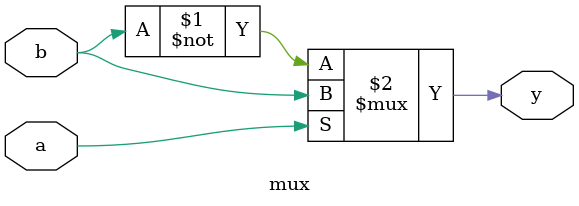
<source format=v>
module mux(a,b,y);
input a,b;
output y;
assign y = a? b:~b;
//output reg y;
//always@(*)begin
//case(a)
//1'b0:y=~b;
//1'b1:y=b;
//endcase
//end
endmodule

</source>
